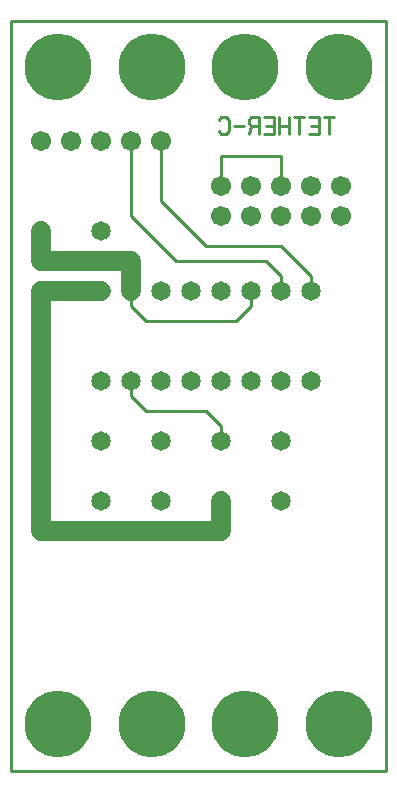
<source format=gbl>
%MOIN*%
%FSLAX25Y25*%
G04 D10 used for Character Trace; *
G04     Circle (OD=.01000) (No hole)*
G04 D11 used for Power Trace; *
G04     Circle (OD=.06700) (No hole)*
G04 D12 used for Signal Trace; *
G04     Circle (OD=.01100) (No hole)*
G04 D13 used for Via; *
G04     Circle (OD=.05800) (Round. Hole ID=.02800)*
G04 D14 used for Component hole; *
G04     Circle (OD=.06500) (Round. Hole ID=.03500)*
G04 D15 used for Component hole; *
G04     Circle (OD=.06700) (Round. Hole ID=.04300)*
G04 D16 used for Component hole; *
G04     Circle (OD=.08100) (Round. Hole ID=.05100)*
G04 D17 used for Component hole; *
G04     Circle (OD=.08900) (Round. Hole ID=.05900)*
G04 D18 used for Component hole; *
G04     Circle (OD=.11300) (Round. Hole ID=.08300)*
G04 D19 used for Component hole; *
G04     Circle (OD=.16000) (Round. Hole ID=.13000)*
G04 D20 used for Component hole; *
G04     Circle (OD=.18300) (Round. Hole ID=.15300)*
G04 D21 used for Component hole; *
G04     Circle (OD=.22291) (Round. Hole ID=.19291)*
%ADD10C,.01000*%
%ADD11C,.06700*%
%ADD12C,.01100*%
%ADD13C,.05800*%
%ADD14C,.06500*%
%ADD15C,.06700*%
%ADD16C,.08100*%
%ADD17C,.08900*%
%ADD18C,.11300*%
%ADD19C,.16000*%
%ADD20C,.18300*%
%ADD21C,.22291*%
%IPPOS*%
%LPD*%
G90*X0Y0D02*D21*X15625Y15625D03*X46875D03*D11*    
X10000Y80000D02*X70000D01*X10000D02*Y160000D01*   
X30000D01*D14*D03*D11*X40000D02*Y170000D01*D14*   
Y160000D03*D12*Y155000D01*X45000Y150000D01*       
X75000D01*X80000Y155000D01*Y160000D01*D14*D03*D12*
X90000Y165000D02*X85000Y170000D01*                
X90000Y160000D02*Y165000D01*D14*Y160000D03*       
X100000D03*D12*Y165000D01*X90000Y175000D01*       
X65000D01*X50000Y190000D01*Y210000D01*D15*D03*    
X40000D03*D12*Y185000D01*X55000Y170000D01*        
X85000D01*D15*X100000Y185000D03*X70000D03*        
X90000D03*X80000D03*D14*X70000Y160000D03*D15*     
X110000Y195000D03*X100000D03*X90000D03*D12*       
Y205000D01*X70000D01*Y195000D01*D15*D03*X80000D03*
D10*X105837Y212129D02*Y217871D01*X107511D02*      
X104163D01*X99163Y212129D02*X102511D01*Y217871D01*
X99163D01*X102511Y215000D02*X100000D01*           
X95837Y212129D02*Y217871D01*X97511D02*X94163D01*  
X92511Y212129D02*Y217871D01*X89163Y212129D02*     
Y217871D01*X92511Y215000D02*X89163D01*            
X84163Y212129D02*X87511D01*Y217871D01*X84163D01*  
X87511Y215000D02*X85000D01*X82511Y212129D02*      
Y217871D01*X80000D01*X79163Y216914D01*Y215957D01* 
X80000Y215000D01*X82511D01*X80000D02*             
X79163Y212129D01*X77511Y215000D02*X74163D01*      
X69163Y213086D02*X70000Y212129D01*X71674D01*      
X72511Y213086D01*Y216914D01*X71674Y217871D01*     
X70000D01*X69163Y216914D01*D11*X10000Y170000D02*  
X40000D01*X10000D02*Y180000D01*D14*D03*X30000D03* 
D15*Y210000D03*X20000D03*X10000D03*D14*           
X50000Y160000D03*X60000Y130000D03*Y160000D03*     
X30000Y130000D03*X40000D03*D12*Y125000D01*        
X45000Y120000D01*X65000D01*X70000Y115000D01*      
Y110000D01*D14*D03*X90000Y90000D03*Y130000D03*    
X50000D03*Y90000D03*X80000Y130000D03*             
X90000Y110000D03*X70000Y130000D03*                
X50000Y110000D03*X70000Y90000D03*D11*Y80000D01*   
D14*X30000Y110000D03*Y90000D03*X100000Y130000D03* 
D21*X78125Y15625D03*X109375D03*D12*X0Y0D02*       
X125000D01*Y250000D01*X0D01*Y0D01*D15*            
X110000Y185000D03*D21*X109375Y234375D03*X78125D03*
X46875D03*X15625D03*M02*                          

</source>
